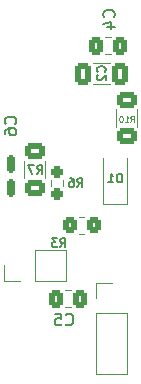
<source format=gbo>
G04 #@! TF.GenerationSoftware,KiCad,Pcbnew,(6.0.1)*
G04 #@! TF.CreationDate,2022-06-09T11:36:19-07:00*
G04 #@! TF.ProjectId,PS_controller_rev1_2,50535f63-6f6e-4747-926f-6c6c65725f72,rev?*
G04 #@! TF.SameCoordinates,Original*
G04 #@! TF.FileFunction,Legend,Bot*
G04 #@! TF.FilePolarity,Positive*
%FSLAX46Y46*%
G04 Gerber Fmt 4.6, Leading zero omitted, Abs format (unit mm)*
G04 Created by KiCad (PCBNEW (6.0.1)) date 2022-06-09 11:36:19*
%MOMM*%
%LPD*%
G01*
G04 APERTURE LIST*
G04 Aperture macros list*
%AMRoundRect*
0 Rectangle with rounded corners*
0 $1 Rounding radius*
0 $2 $3 $4 $5 $6 $7 $8 $9 X,Y pos of 4 corners*
0 Add a 4 corners polygon primitive as box body*
4,1,4,$2,$3,$4,$5,$6,$7,$8,$9,$2,$3,0*
0 Add four circle primitives for the rounded corners*
1,1,$1+$1,$2,$3*
1,1,$1+$1,$4,$5*
1,1,$1+$1,$6,$7*
1,1,$1+$1,$8,$9*
0 Add four rect primitives between the rounded corners*
20,1,$1+$1,$2,$3,$4,$5,0*
20,1,$1+$1,$4,$5,$6,$7,0*
20,1,$1+$1,$6,$7,$8,$9,0*
20,1,$1+$1,$8,$9,$2,$3,0*%
G04 Aperture macros list end*
%ADD10C,0.150000*%
%ADD11C,0.125000*%
%ADD12C,0.120000*%
%ADD13C,2.500000*%
%ADD14C,2.300000*%
%ADD15C,1.750000*%
%ADD16C,1.498600*%
%ADD17R,1.200000X0.900000*%
%ADD18RoundRect,0.187500X0.187500X-0.562500X0.187500X0.562500X-0.187500X0.562500X-0.187500X-0.562500X0*%
%ADD19R,1.700000X1.700000*%
%ADD20O,1.700000X1.700000*%
%ADD21RoundRect,0.250000X-0.625000X0.400000X-0.625000X-0.400000X0.625000X-0.400000X0.625000X0.400000X0*%
%ADD22RoundRect,0.250000X-0.350000X-0.450000X0.350000X-0.450000X0.350000X0.450000X-0.350000X0.450000X0*%
%ADD23RoundRect,0.250000X0.337500X0.475000X-0.337500X0.475000X-0.337500X-0.475000X0.337500X-0.475000X0*%
%ADD24RoundRect,0.250000X0.412500X0.650000X-0.412500X0.650000X-0.412500X-0.650000X0.412500X-0.650000X0*%
%ADD25RoundRect,0.237500X0.237500X-0.250000X0.237500X0.250000X-0.237500X0.250000X-0.237500X-0.250000X0*%
G04 APERTURE END LIST*
D10*
X154873571Y-93249285D02*
X154873571Y-92499285D01*
X154695000Y-92499285D01*
X154587857Y-92535000D01*
X154516428Y-92606428D01*
X154480714Y-92677857D01*
X154445000Y-92820714D01*
X154445000Y-92927857D01*
X154480714Y-93070714D01*
X154516428Y-93142142D01*
X154587857Y-93213571D01*
X154695000Y-93249285D01*
X154873571Y-93249285D01*
X153730714Y-93249285D02*
X154159285Y-93249285D01*
X153945000Y-93249285D02*
X153945000Y-92499285D01*
X154016428Y-92606428D01*
X154087857Y-92677857D01*
X154159285Y-92713571D01*
X145869142Y-88293333D02*
X145916761Y-88245714D01*
X145964380Y-88102857D01*
X145964380Y-88007619D01*
X145916761Y-87864761D01*
X145821523Y-87769523D01*
X145726285Y-87721904D01*
X145535809Y-87674285D01*
X145392952Y-87674285D01*
X145202476Y-87721904D01*
X145107238Y-87769523D01*
X145012000Y-87864761D01*
X144964380Y-88007619D01*
X144964380Y-88102857D01*
X145012000Y-88245714D01*
X145059619Y-88293333D01*
X144964380Y-89150476D02*
X144964380Y-88960000D01*
X145012000Y-88864761D01*
X145059619Y-88817142D01*
X145202476Y-88721904D01*
X145392952Y-88674285D01*
X145773904Y-88674285D01*
X145869142Y-88721904D01*
X145916761Y-88769523D01*
X145964380Y-88864761D01*
X145964380Y-89055238D01*
X145916761Y-89150476D01*
X145869142Y-89198095D01*
X145773904Y-89245714D01*
X145535809Y-89245714D01*
X145440571Y-89198095D01*
X145392952Y-89150476D01*
X145345333Y-89055238D01*
X145345333Y-88864761D01*
X145392952Y-88769523D01*
X145440571Y-88721904D01*
X145535809Y-88674285D01*
X147725000Y-92539285D02*
X147975000Y-92182142D01*
X148153571Y-92539285D02*
X148153571Y-91789285D01*
X147867857Y-91789285D01*
X147796428Y-91825000D01*
X147760714Y-91860714D01*
X147725000Y-91932142D01*
X147725000Y-92039285D01*
X147760714Y-92110714D01*
X147796428Y-92146428D01*
X147867857Y-92182142D01*
X148153571Y-92182142D01*
X147475000Y-91789285D02*
X146975000Y-91789285D01*
X147296428Y-92539285D01*
X149665000Y-98739285D02*
X149915000Y-98382142D01*
X150093571Y-98739285D02*
X150093571Y-97989285D01*
X149807857Y-97989285D01*
X149736428Y-98025000D01*
X149700714Y-98060714D01*
X149665000Y-98132142D01*
X149665000Y-98239285D01*
X149700714Y-98310714D01*
X149736428Y-98346428D01*
X149807857Y-98382142D01*
X150093571Y-98382142D01*
X149415000Y-97989285D02*
X148950714Y-97989285D01*
X149200714Y-98275000D01*
X149093571Y-98275000D01*
X149022142Y-98310714D01*
X148986428Y-98346428D01*
X148950714Y-98417857D01*
X148950714Y-98596428D01*
X148986428Y-98667857D01*
X149022142Y-98703571D01*
X149093571Y-98739285D01*
X149307857Y-98739285D01*
X149379285Y-98703571D01*
X149415000Y-98667857D01*
X154207642Y-79261333D02*
X154255261Y-79213714D01*
X154302880Y-79070857D01*
X154302880Y-78975619D01*
X154255261Y-78832761D01*
X154160023Y-78737523D01*
X154064785Y-78689904D01*
X153874309Y-78642285D01*
X153731452Y-78642285D01*
X153540976Y-78689904D01*
X153445738Y-78737523D01*
X153350500Y-78832761D01*
X153302880Y-78975619D01*
X153302880Y-79070857D01*
X153350500Y-79213714D01*
X153398119Y-79261333D01*
X153636214Y-80118476D02*
X154302880Y-80118476D01*
X153255261Y-79880380D02*
X153969547Y-79642285D01*
X153969547Y-80261333D01*
D11*
X155621428Y-88126190D02*
X155788095Y-87888095D01*
X155907142Y-88126190D02*
X155907142Y-87626190D01*
X155716666Y-87626190D01*
X155669047Y-87650000D01*
X155645238Y-87673809D01*
X155621428Y-87721428D01*
X155621428Y-87792857D01*
X155645238Y-87840476D01*
X155669047Y-87864285D01*
X155716666Y-87888095D01*
X155907142Y-87888095D01*
X155145238Y-88126190D02*
X155430952Y-88126190D01*
X155288095Y-88126190D02*
X155288095Y-87626190D01*
X155335714Y-87697619D01*
X155383333Y-87745238D01*
X155430952Y-87769047D01*
X154835714Y-87626190D02*
X154788095Y-87626190D01*
X154740476Y-87650000D01*
X154716666Y-87673809D01*
X154692857Y-87721428D01*
X154669047Y-87816666D01*
X154669047Y-87935714D01*
X154692857Y-88030952D01*
X154716666Y-88078571D01*
X154740476Y-88102380D01*
X154788095Y-88126190D01*
X154835714Y-88126190D01*
X154883333Y-88102380D01*
X154907142Y-88078571D01*
X154930952Y-88030952D01*
X154954761Y-87935714D01*
X154954761Y-87816666D01*
X154930952Y-87721428D01*
X154907142Y-87673809D01*
X154883333Y-87650000D01*
X154835714Y-87626190D01*
D10*
X153467857Y-83875000D02*
X153503571Y-83839285D01*
X153539285Y-83732142D01*
X153539285Y-83660714D01*
X153503571Y-83553571D01*
X153432142Y-83482142D01*
X153360714Y-83446428D01*
X153217857Y-83410714D01*
X153110714Y-83410714D01*
X152967857Y-83446428D01*
X152896428Y-83482142D01*
X152825000Y-83553571D01*
X152789285Y-83660714D01*
X152789285Y-83732142D01*
X152825000Y-83839285D01*
X152860714Y-83875000D01*
X152860714Y-84160714D02*
X152825000Y-84196428D01*
X152789285Y-84267857D01*
X152789285Y-84446428D01*
X152825000Y-84517857D01*
X152860714Y-84553571D01*
X152932142Y-84589285D01*
X153003571Y-84589285D01*
X153110714Y-84553571D01*
X153539285Y-84125000D01*
X153539285Y-84589285D01*
X150154166Y-105257142D02*
X150201785Y-105304761D01*
X150344642Y-105352380D01*
X150439880Y-105352380D01*
X150582738Y-105304761D01*
X150677976Y-105209523D01*
X150725595Y-105114285D01*
X150773214Y-104923809D01*
X150773214Y-104780952D01*
X150725595Y-104590476D01*
X150677976Y-104495238D01*
X150582738Y-104400000D01*
X150439880Y-104352380D01*
X150344642Y-104352380D01*
X150201785Y-104400000D01*
X150154166Y-104447619D01*
X149249404Y-104352380D02*
X149725595Y-104352380D01*
X149773214Y-104828571D01*
X149725595Y-104780952D01*
X149630357Y-104733333D01*
X149392261Y-104733333D01*
X149297023Y-104780952D01*
X149249404Y-104828571D01*
X149201785Y-104923809D01*
X149201785Y-105161904D01*
X149249404Y-105257142D01*
X149297023Y-105304761D01*
X149392261Y-105352380D01*
X149630357Y-105352380D01*
X149725595Y-105304761D01*
X149773214Y-105257142D01*
X151125000Y-93639285D02*
X151375000Y-93282142D01*
X151553571Y-93639285D02*
X151553571Y-92889285D01*
X151267857Y-92889285D01*
X151196428Y-92925000D01*
X151160714Y-92960714D01*
X151125000Y-93032142D01*
X151125000Y-93139285D01*
X151160714Y-93210714D01*
X151196428Y-93246428D01*
X151267857Y-93282142D01*
X151553571Y-93282142D01*
X150482142Y-92889285D02*
X150625000Y-92889285D01*
X150696428Y-92925000D01*
X150732142Y-92960714D01*
X150803571Y-93067857D01*
X150839285Y-93210714D01*
X150839285Y-93496428D01*
X150803571Y-93567857D01*
X150767857Y-93603571D01*
X150696428Y-93639285D01*
X150553571Y-93639285D01*
X150482142Y-93603571D01*
X150446428Y-93567857D01*
X150410714Y-93496428D01*
X150410714Y-93317857D01*
X150446428Y-93246428D01*
X150482142Y-93210714D01*
X150553571Y-93175000D01*
X150696428Y-93175000D01*
X150767857Y-93210714D01*
X150803571Y-93246428D01*
X150839285Y-93317857D01*
D12*
X153300000Y-95050000D02*
X153300000Y-91150000D01*
X155300000Y-95050000D02*
X155300000Y-91150000D01*
X155300000Y-95050000D02*
X153300000Y-95050000D01*
X150120000Y-98955000D02*
X150120000Y-101615000D01*
X144920000Y-100285000D02*
X144920000Y-101615000D01*
X147520000Y-98955000D02*
X147520000Y-101615000D01*
X144920000Y-101615000D02*
X146250000Y-101615000D01*
X147520000Y-98955000D02*
X150120000Y-98955000D01*
X147520000Y-101615000D02*
X150120000Y-101615000D01*
X146590000Y-91422936D02*
X146590000Y-92877064D01*
X148410000Y-91422936D02*
X148410000Y-92877064D01*
X151272936Y-97635000D02*
X151727064Y-97635000D01*
X151272936Y-96165000D02*
X151727064Y-96165000D01*
X153961752Y-82405000D02*
X153439248Y-82405000D01*
X153961752Y-80935000D02*
X153439248Y-80935000D01*
X155355000Y-104345000D02*
X155355000Y-109485000D01*
X155355000Y-109485000D02*
X152695000Y-109485000D01*
X154025000Y-101745000D02*
X152695000Y-101745000D01*
X152695000Y-104345000D02*
X152695000Y-109485000D01*
X155355000Y-104345000D02*
X152695000Y-104345000D01*
X152695000Y-101745000D02*
X152695000Y-103075000D01*
X154390000Y-87072936D02*
X154390000Y-88527064D01*
X156210000Y-87072936D02*
X156210000Y-88527064D01*
X153911752Y-83140000D02*
X152489248Y-83140000D01*
X153911752Y-84960000D02*
X152489248Y-84960000D01*
X150598752Y-102365000D02*
X150076248Y-102365000D01*
X150598752Y-103835000D02*
X150076248Y-103835000D01*
X149922500Y-93554724D02*
X149922500Y-93045276D01*
X148877500Y-93554724D02*
X148877500Y-93045276D01*
%LPC*%
D13*
X160800000Y-112600000D03*
D14*
X142729000Y-78655000D03*
X157659000Y-78655000D03*
D15*
X157659000Y-108655000D03*
X160659000Y-108655000D03*
X160659000Y-106155000D03*
X157659000Y-106155000D03*
X157659000Y-103655000D03*
X160659000Y-103655000D03*
X157659000Y-101155000D03*
X160659000Y-101155000D03*
X157659000Y-98655000D03*
X160559000Y-98655000D03*
X157659000Y-96155000D03*
X160659000Y-96155000D03*
X157659000Y-93655000D03*
X160659000Y-93655000D03*
X160659000Y-91155000D03*
X157659000Y-91155000D03*
X157659000Y-88655000D03*
X160659000Y-88655000D03*
X160659000Y-86155000D03*
X157659000Y-86155000D03*
X143559000Y-111555000D03*
X146159000Y-111555000D03*
X146259000Y-114055000D03*
X160659000Y-83655000D03*
X157659000Y-83655000D03*
X143559000Y-114055000D03*
X160659000Y-81255000D03*
X157659000Y-81255000D03*
X142759000Y-81255000D03*
X139859000Y-81255000D03*
X139859000Y-83755000D03*
X142759000Y-83755000D03*
X139859000Y-86255000D03*
X142759000Y-86255000D03*
X142759000Y-88655000D03*
X139859000Y-88655000D03*
X142759000Y-91255000D03*
X139859000Y-91255000D03*
X142759000Y-93755000D03*
X139859000Y-93755000D03*
X142759000Y-96255000D03*
X139859000Y-96255000D03*
X142759000Y-98755000D03*
X139859000Y-98755000D03*
X139859000Y-101155000D03*
X142759000Y-101155000D03*
X142759000Y-103655000D03*
X139859000Y-103655000D03*
X139859000Y-106255000D03*
X142759000Y-106255000D03*
X142759000Y-108655000D03*
X139849000Y-108655000D03*
X148759000Y-114055000D03*
X148759000Y-111555000D03*
X151359000Y-111555000D03*
X151359000Y-114055000D03*
X153959000Y-111555000D03*
X153959000Y-114055000D03*
X156559000Y-111555000D03*
X156559000Y-114055000D03*
D13*
X139700000Y-112600000D03*
X150500000Y-70600000D03*
D16*
X149690000Y-107130000D03*
X147890000Y-105230000D03*
X146090000Y-107130000D03*
X147719000Y-86274500D03*
X150219000Y-88774500D03*
X152719000Y-86274500D03*
D17*
X154300000Y-94450000D03*
X154300000Y-91150000D03*
D18*
X145500000Y-93700000D03*
X145500000Y-91700000D03*
D19*
X146250000Y-100285000D03*
D20*
X148790000Y-100285000D03*
D21*
X147500000Y-90600000D03*
X147500000Y-93700000D03*
D22*
X150500000Y-96900000D03*
X152500000Y-96900000D03*
D23*
X154738000Y-81670000D03*
X152663000Y-81670000D03*
D19*
X154025000Y-103075000D03*
D20*
X154025000Y-105615000D03*
X154025000Y-108155000D03*
D21*
X155300000Y-86250000D03*
X155300000Y-89350000D03*
D24*
X154763000Y-84050000D03*
X151638000Y-84050000D03*
D23*
X151375000Y-103100000D03*
X149300000Y-103100000D03*
D25*
X149400000Y-94212500D03*
X149400000Y-92387500D03*
M02*

</source>
